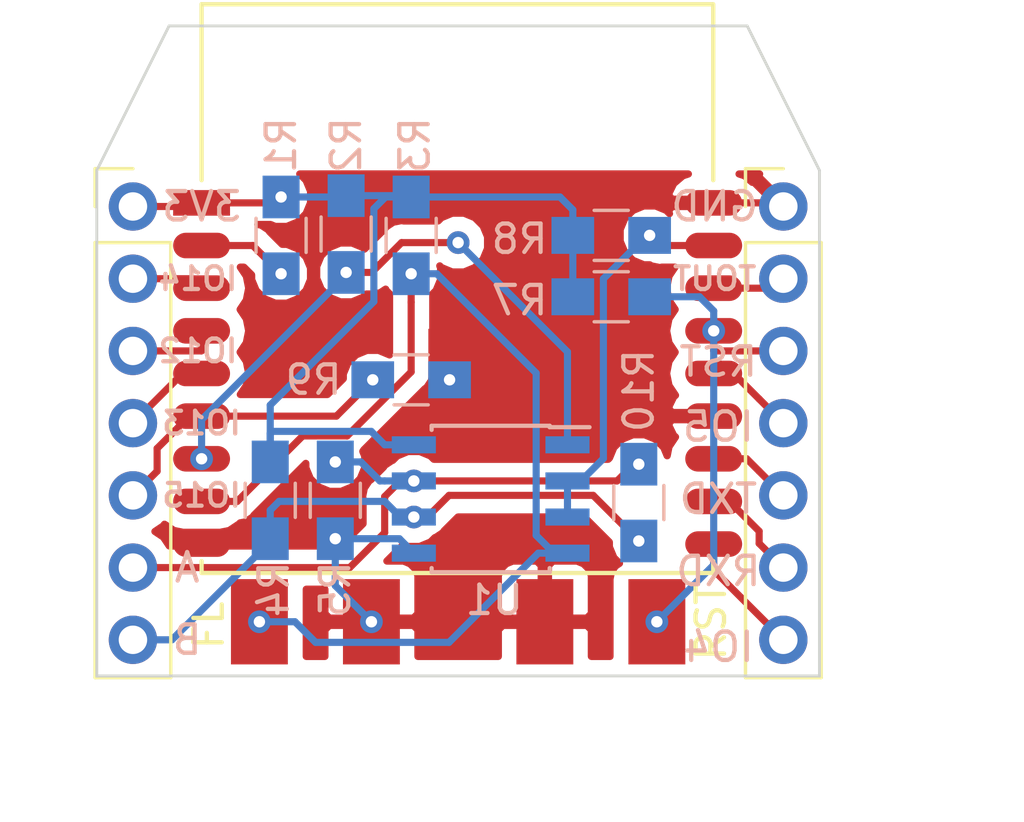
<source format=kicad_pcb>
(kicad_pcb (version 20171130) (host pcbnew 5.0.0)

  (general
    (thickness 1.6)
    (drawings 22)
    (tracks 144)
    (zones 0)
    (modules 15)
    (nets 19)
  )

  (page A4)
  (layers
    (0 F.Cu signal)
    (31 B.Cu signal)
    (32 B.Adhes user)
    (33 F.Adhes user)
    (34 B.Paste user)
    (35 F.Paste user)
    (36 B.SilkS user)
    (37 F.SilkS user)
    (38 B.Mask user)
    (39 F.Mask user)
    (40 Dwgs.User user)
    (41 Cmts.User user)
    (42 Eco1.User user)
    (43 Eco2.User user)
    (44 Edge.Cuts user)
    (45 Margin user)
    (46 B.CrtYd user)
    (47 F.CrtYd user)
    (48 B.Fab user)
    (49 F.Fab user)
  )

  (setup
    (last_trace_width 0.25)
    (trace_clearance 0.2)
    (zone_clearance 0.508)
    (zone_45_only no)
    (trace_min 0.2)
    (segment_width 0.2)
    (edge_width 0.1)
    (via_size 0.8)
    (via_drill 0.4)
    (via_min_size 0.8)
    (via_min_drill 0.3)
    (uvia_size 0.3)
    (uvia_drill 0.1)
    (uvias_allowed no)
    (uvia_min_size 0.2)
    (uvia_min_drill 0.1)
    (pcb_text_width 0.3)
    (pcb_text_size 1.5 1.5)
    (mod_edge_width 0.15)
    (mod_text_size 1 1)
    (mod_text_width 0.15)
    (pad_size 1.7 1.7)
    (pad_drill 1)
    (pad_to_mask_clearance 0)
    (aux_axis_origin 0 0)
    (visible_elements FFFFFF7F)
    (pcbplotparams
      (layerselection 0x010f0_ffffffff)
      (usegerberextensions true)
      (usegerberattributes false)
      (usegerberadvancedattributes false)
      (creategerberjobfile false)
      (excludeedgelayer true)
      (linewidth 0.100000)
      (plotframeref false)
      (viasonmask false)
      (mode 1)
      (useauxorigin false)
      (hpglpennumber 1)
      (hpglpenspeed 20)
      (hpglpendiameter 15.000000)
      (psnegative false)
      (psa4output false)
      (plotreference true)
      (plotvalue false)
      (plotinvisibletext false)
      (padsonsilk false)
      (subtractmaskfromsilk true)
      (outputformat 1)
      (mirror false)
      (drillshape 0)
      (scaleselection 1)
      (outputdirectory ""))
  )

  (net 0 "")
  (net 1 "Net-(J1-Pad7)")
  (net 2 "Net-(J1-Pad6)")
  (net 3 "Net-(J1-Pad5)")
  (net 4 "Net-(J1-Pad4)")
  (net 5 "Net-(J1-Pad3)")
  (net 6 GND)
  (net 7 +3V3)
  (net 8 "Net-(J2-Pad2)")
  (net 9 "Net-(J2-Pad3)")
  (net 10 "Net-(J2-Pad4)")
  (net 11 "Net-(J2-Pad5)")
  (net 12 "Net-(J2-Pad6)")
  (net 13 "Net-(J2-Pad7)")
  (net 14 "Net-(R1-Pad1)")
  (net 15 "Net-(R2-Pad1)")
  (net 16 "Net-(R8-Pad2)")
  (net 17 "Net-(R3-Pad1)")
  (net 18 "Net-(J1-Pad2)")

  (net_class Default "これはデフォルトのネット クラスです。"
    (clearance 0.2)
    (trace_width 0.25)
    (via_dia 0.8)
    (via_drill 0.4)
    (uvia_dia 0.3)
    (uvia_drill 0.1)
    (add_net +3V3)
    (add_net GND)
    (add_net "Net-(J1-Pad2)")
    (add_net "Net-(J1-Pad3)")
    (add_net "Net-(J1-Pad4)")
    (add_net "Net-(J1-Pad5)")
    (add_net "Net-(J1-Pad6)")
    (add_net "Net-(J1-Pad7)")
    (add_net "Net-(J2-Pad2)")
    (add_net "Net-(J2-Pad3)")
    (add_net "Net-(J2-Pad4)")
    (add_net "Net-(J2-Pad5)")
    (add_net "Net-(J2-Pad6)")
    (add_net "Net-(J2-Pad7)")
    (add_net "Net-(R1-Pad1)")
    (add_net "Net-(R2-Pad1)")
    (add_net "Net-(R3-Pad1)")
    (add_net "Net-(R8-Pad2)")
  )

  (module Pin_Headers:Pin_Header_Straight_1x07_Pitch2.54mm (layer F.Cu) (tedit 5B94B9B4) (tstamp 5B9419ED)
    (at 129.54 96.52)
    (descr "Through hole straight pin header, 1x07, 2.54mm pitch, single row")
    (tags "Through hole pin header THT 1x07 2.54mm single row")
    (path /5B94B3AE)
    (fp_text reference J1 (at 0 -2.33) (layer F.SilkS) hide
      (effects (font (size 1 1) (thickness 0.15)))
    )
    (fp_text value Conn_01x07 (at 0 17.57) (layer F.Fab)
      (effects (font (size 1 1) (thickness 0.15)))
    )
    (fp_line (start -0.635 -1.27) (end 1.27 -1.27) (layer F.Fab) (width 0.1))
    (fp_line (start 1.27 -1.27) (end 1.27 16.51) (layer F.Fab) (width 0.1))
    (fp_line (start 1.27 16.51) (end -1.27 16.51) (layer F.Fab) (width 0.1))
    (fp_line (start -1.27 16.51) (end -1.27 -0.635) (layer F.Fab) (width 0.1))
    (fp_line (start -1.27 -0.635) (end -0.635 -1.27) (layer F.Fab) (width 0.1))
    (fp_line (start -1.33 16.57) (end 1.33 16.57) (layer F.SilkS) (width 0.12))
    (fp_line (start -1.33 1.27) (end -1.33 16.57) (layer F.SilkS) (width 0.12))
    (fp_line (start 1.33 1.27) (end 1.33 16.57) (layer F.SilkS) (width 0.12))
    (fp_line (start -1.33 1.27) (end 1.33 1.27) (layer F.SilkS) (width 0.12))
    (fp_line (start -1.33 0) (end -1.33 -1.33) (layer F.SilkS) (width 0.12))
    (fp_line (start -1.33 -1.33) (end 0 -1.33) (layer F.SilkS) (width 0.12))
    (fp_line (start -1.8 -1.8) (end -1.8 17.05) (layer F.CrtYd) (width 0.05))
    (fp_line (start -1.8 17.05) (end 1.8 17.05) (layer F.CrtYd) (width 0.05))
    (fp_line (start 1.8 17.05) (end 1.8 -1.8) (layer F.CrtYd) (width 0.05))
    (fp_line (start 1.8 -1.8) (end -1.8 -1.8) (layer F.CrtYd) (width 0.05))
    (fp_text user %R (at 0 7.62 90) (layer F.Fab)
      (effects (font (size 1 1) (thickness 0.15)))
    )
    (pad 1 thru_hole circle (at 0 0) (size 1.7 1.7) (drill 1) (layers *.Cu *.Mask)
      (net 7 +3V3))
    (pad 2 thru_hole oval (at 0 2.54) (size 1.7 1.7) (drill 1) (layers *.Cu *.Mask)
      (net 18 "Net-(J1-Pad2)"))
    (pad 3 thru_hole oval (at 0 5.08) (size 1.7 1.7) (drill 1) (layers *.Cu *.Mask)
      (net 5 "Net-(J1-Pad3)"))
    (pad 4 thru_hole oval (at 0 7.62) (size 1.7 1.7) (drill 1) (layers *.Cu *.Mask)
      (net 4 "Net-(J1-Pad4)"))
    (pad 5 thru_hole oval (at 0 10.16) (size 1.7 1.7) (drill 1) (layers *.Cu *.Mask)
      (net 3 "Net-(J1-Pad5)"))
    (pad 6 thru_hole oval (at 0 12.7) (size 1.7 1.7) (drill 1) (layers *.Cu *.Mask)
      (net 2 "Net-(J1-Pad6)"))
    (pad 7 thru_hole oval (at 0 15.24) (size 1.7 1.7) (drill 1) (layers *.Cu *.Mask)
      (net 1 "Net-(J1-Pad7)"))
    (model ${KISYS3DMOD}/Pin_Headers.3dshapes/Pin_Header_Straight_1x07_Pitch2.54mm.wrl
      (at (xyz 0 0 0))
      (scale (xyz 1 1 1))
      (rotate (xyz 0 0 0))
    )
  )

  (module Pin_Headers:Pin_Header_Straight_1x07_Pitch2.54mm (layer F.Cu) (tedit 5B94B9AC) (tstamp 5B941A09)
    (at 152.4 96.52)
    (descr "Through hole straight pin header, 1x07, 2.54mm pitch, single row")
    (tags "Through hole pin header THT 1x07 2.54mm single row")
    (path /5B94E662)
    (fp_text reference J2 (at 0 -2.33) (layer F.SilkS) hide
      (effects (font (size 1 1) (thickness 0.15)))
    )
    (fp_text value Conn_01x07 (at 0 17.57) (layer F.Fab)
      (effects (font (size 1 1) (thickness 0.15)))
    )
    (fp_line (start -0.635 -1.27) (end 1.27 -1.27) (layer F.Fab) (width 0.1))
    (fp_line (start 1.27 -1.27) (end 1.27 16.51) (layer F.Fab) (width 0.1))
    (fp_line (start 1.27 16.51) (end -1.27 16.51) (layer F.Fab) (width 0.1))
    (fp_line (start -1.27 16.51) (end -1.27 -0.635) (layer F.Fab) (width 0.1))
    (fp_line (start -1.27 -0.635) (end -0.635 -1.27) (layer F.Fab) (width 0.1))
    (fp_line (start -1.33 16.57) (end 1.33 16.57) (layer F.SilkS) (width 0.12))
    (fp_line (start -1.33 1.27) (end -1.33 16.57) (layer F.SilkS) (width 0.12))
    (fp_line (start 1.33 1.27) (end 1.33 16.57) (layer F.SilkS) (width 0.12))
    (fp_line (start -1.33 1.27) (end 1.33 1.27) (layer F.SilkS) (width 0.12))
    (fp_line (start -1.33 0) (end -1.33 -1.33) (layer F.SilkS) (width 0.12))
    (fp_line (start -1.33 -1.33) (end 0 -1.33) (layer F.SilkS) (width 0.12))
    (fp_line (start -1.8 -1.8) (end -1.8 17.05) (layer F.CrtYd) (width 0.05))
    (fp_line (start -1.8 17.05) (end 1.8 17.05) (layer F.CrtYd) (width 0.05))
    (fp_line (start 1.8 17.05) (end 1.8 -1.8) (layer F.CrtYd) (width 0.05))
    (fp_line (start 1.8 -1.8) (end -1.8 -1.8) (layer F.CrtYd) (width 0.05))
    (fp_text user %R (at 0 7.62 90) (layer F.Fab)
      (effects (font (size 1 1) (thickness 0.15)))
    )
    (pad 1 thru_hole circle (at 0 0) (size 1.7 1.7) (drill 1) (layers *.Cu *.Mask)
      (net 6 GND))
    (pad 2 thru_hole oval (at 0 2.54) (size 1.7 1.7) (drill 1) (layers *.Cu *.Mask)
      (net 8 "Net-(J2-Pad2)"))
    (pad 3 thru_hole oval (at 0 5.08) (size 1.7 1.7) (drill 1) (layers *.Cu *.Mask)
      (net 9 "Net-(J2-Pad3)"))
    (pad 4 thru_hole oval (at 0 7.62) (size 1.7 1.7) (drill 1) (layers *.Cu *.Mask)
      (net 10 "Net-(J2-Pad4)"))
    (pad 5 thru_hole oval (at 0 10.16) (size 1.7 1.7) (drill 1) (layers *.Cu *.Mask)
      (net 11 "Net-(J2-Pad5)"))
    (pad 6 thru_hole oval (at 0 12.7) (size 1.7 1.7) (drill 1) (layers *.Cu *.Mask)
      (net 12 "Net-(J2-Pad6)"))
    (pad 7 thru_hole oval (at 0 15.24) (size 1.7 1.7) (drill 1) (layers *.Cu *.Mask)
      (net 13 "Net-(J2-Pad7)"))
    (model ${KISYS3DMOD}/Pin_Headers.3dshapes/Pin_Header_Straight_1x07_Pitch2.54mm.wrl
      (at (xyz 0 0 0))
      (scale (xyz 1 1 1))
      (rotate (xyz 0 0 0))
    )
  )

  (module Resistors_SMD:R_0805_HandSoldering (layer B.Cu) (tedit 58E0A804) (tstamp 5B941A1A)
    (at 134.747 97.536 90)
    (descr "Resistor SMD 0805, hand soldering")
    (tags "resistor 0805")
    (path /5B923C52)
    (attr smd)
    (fp_text reference R1 (at 3.175 0 90) (layer B.SilkS)
      (effects (font (size 1 1) (thickness 0.15)) (justify mirror))
    )
    (fp_text value 10K (at 0 -1.75 90) (layer B.Fab)
      (effects (font (size 1 1) (thickness 0.15)) (justify mirror))
    )
    (fp_line (start 2.35 -0.9) (end -2.35 -0.9) (layer B.CrtYd) (width 0.05))
    (fp_line (start 2.35 -0.9) (end 2.35 0.9) (layer B.CrtYd) (width 0.05))
    (fp_line (start -2.35 0.9) (end -2.35 -0.9) (layer B.CrtYd) (width 0.05))
    (fp_line (start -2.35 0.9) (end 2.35 0.9) (layer B.CrtYd) (width 0.05))
    (fp_line (start -0.6 0.88) (end 0.6 0.88) (layer B.SilkS) (width 0.12))
    (fp_line (start 0.6 -0.88) (end -0.6 -0.88) (layer B.SilkS) (width 0.12))
    (fp_line (start -1 0.62) (end 1 0.62) (layer B.Fab) (width 0.1))
    (fp_line (start 1 0.62) (end 1 -0.62) (layer B.Fab) (width 0.1))
    (fp_line (start 1 -0.62) (end -1 -0.62) (layer B.Fab) (width 0.1))
    (fp_line (start -1 -0.62) (end -1 0.62) (layer B.Fab) (width 0.1))
    (fp_text user %R (at 0 0 90) (layer B.Fab)
      (effects (font (size 0.5 0.5) (thickness 0.075)) (justify mirror))
    )
    (pad 2 smd rect (at 1.35 0 90) (size 1.5 1.3) (layers B.Cu B.Paste B.Mask)
      (net 7 +3V3))
    (pad 1 smd rect (at -1.35 0 90) (size 1.5 1.3) (layers B.Cu B.Paste B.Mask)
      (net 14 "Net-(R1-Pad1)"))
    (model ${KISYS3DMOD}/Resistors_SMD.3dshapes/R_0805.wrl
      (at (xyz 0 0 0))
      (scale (xyz 1 1 1))
      (rotate (xyz 0 0 0))
    )
  )

  (module Resistors_SMD:R_0805_HandSoldering (layer B.Cu) (tedit 58E0A804) (tstamp 5B941A2B)
    (at 137.033 97.489 90)
    (descr "Resistor SMD 0805, hand soldering")
    (tags "resistor 0805")
    (path /5B923CFF)
    (attr smd)
    (fp_text reference R2 (at 3.128 0 90) (layer B.SilkS)
      (effects (font (size 1 1) (thickness 0.15)) (justify mirror))
    )
    (fp_text value 10K (at 0 -1.75 90) (layer B.Fab)
      (effects (font (size 1 1) (thickness 0.15)) (justify mirror))
    )
    (fp_text user %R (at 0 0 90) (layer B.Fab)
      (effects (font (size 0.5 0.5) (thickness 0.075)) (justify mirror))
    )
    (fp_line (start -1 -0.62) (end -1 0.62) (layer B.Fab) (width 0.1))
    (fp_line (start 1 -0.62) (end -1 -0.62) (layer B.Fab) (width 0.1))
    (fp_line (start 1 0.62) (end 1 -0.62) (layer B.Fab) (width 0.1))
    (fp_line (start -1 0.62) (end 1 0.62) (layer B.Fab) (width 0.1))
    (fp_line (start 0.6 -0.88) (end -0.6 -0.88) (layer B.SilkS) (width 0.12))
    (fp_line (start -0.6 0.88) (end 0.6 0.88) (layer B.SilkS) (width 0.12))
    (fp_line (start -2.35 0.9) (end 2.35 0.9) (layer B.CrtYd) (width 0.05))
    (fp_line (start -2.35 0.9) (end -2.35 -0.9) (layer B.CrtYd) (width 0.05))
    (fp_line (start 2.35 -0.9) (end 2.35 0.9) (layer B.CrtYd) (width 0.05))
    (fp_line (start 2.35 -0.9) (end -2.35 -0.9) (layer B.CrtYd) (width 0.05))
    (pad 1 smd rect (at -1.35 0 90) (size 1.5 1.3) (layers B.Cu B.Paste B.Mask)
      (net 15 "Net-(R2-Pad1)"))
    (pad 2 smd rect (at 1.35 0 90) (size 1.5 1.3) (layers B.Cu B.Paste B.Mask)
      (net 7 +3V3))
    (model ${KISYS3DMOD}/Resistors_SMD.3dshapes/R_0805.wrl
      (at (xyz 0 0 0))
      (scale (xyz 1 1 1))
      (rotate (xyz 0 0 0))
    )
  )

  (module Resistors_SMD:R_0805_HandSoldering (layer B.Cu) (tedit 58E0A804) (tstamp 5B941A3C)
    (at 139.319 97.536 90)
    (descr "Resistor SMD 0805, hand soldering")
    (tags "resistor 0805")
    (path /5B923D91)
    (attr smd)
    (fp_text reference R3 (at 3.175 0.127 90) (layer B.SilkS)
      (effects (font (size 1 1) (thickness 0.15)) (justify mirror))
    )
    (fp_text value 10K (at 0 -1.75 90) (layer B.Fab)
      (effects (font (size 1 1) (thickness 0.15)) (justify mirror))
    )
    (fp_line (start 2.35 -0.9) (end -2.35 -0.9) (layer B.CrtYd) (width 0.05))
    (fp_line (start 2.35 -0.9) (end 2.35 0.9) (layer B.CrtYd) (width 0.05))
    (fp_line (start -2.35 0.9) (end -2.35 -0.9) (layer B.CrtYd) (width 0.05))
    (fp_line (start -2.35 0.9) (end 2.35 0.9) (layer B.CrtYd) (width 0.05))
    (fp_line (start -0.6 0.88) (end 0.6 0.88) (layer B.SilkS) (width 0.12))
    (fp_line (start 0.6 -0.88) (end -0.6 -0.88) (layer B.SilkS) (width 0.12))
    (fp_line (start -1 0.62) (end 1 0.62) (layer B.Fab) (width 0.1))
    (fp_line (start 1 0.62) (end 1 -0.62) (layer B.Fab) (width 0.1))
    (fp_line (start 1 -0.62) (end -1 -0.62) (layer B.Fab) (width 0.1))
    (fp_line (start -1 -0.62) (end -1 0.62) (layer B.Fab) (width 0.1))
    (fp_text user %R (at 0 0 90) (layer B.Fab)
      (effects (font (size 0.5 0.5) (thickness 0.075)) (justify mirror))
    )
    (pad 2 smd rect (at 1.35 0 90) (size 1.5 1.3) (layers B.Cu B.Paste B.Mask)
      (net 7 +3V3))
    (pad 1 smd rect (at -1.35 0 90) (size 1.5 1.3) (layers B.Cu B.Paste B.Mask)
      (net 17 "Net-(R3-Pad1)"))
    (model ${KISYS3DMOD}/Resistors_SMD.3dshapes/R_0805.wrl
      (at (xyz 0 0 0))
      (scale (xyz 1 1 1))
      (rotate (xyz 0 0 0))
    )
  )

  (module Resistors_SMD:R_0805_HandSoldering (layer B.Cu) (tedit 58E0A804) (tstamp 5B941A4D)
    (at 134.366 106.854 270)
    (descr "Resistor SMD 0805, hand soldering")
    (tags "resistor 0805")
    (path /5B9244E1)
    (attr smd)
    (fp_text reference R4 (at 3.128 -0.127 270) (layer B.SilkS)
      (effects (font (size 1 1) (thickness 0.15)) (justify mirror))
    )
    (fp_text value 20K (at 0 -1.75 270) (layer B.Fab)
      (effects (font (size 1 1) (thickness 0.15)) (justify mirror))
    )
    (fp_text user %R (at 0 0 270) (layer B.Fab)
      (effects (font (size 0.5 0.5) (thickness 0.075)) (justify mirror))
    )
    (fp_line (start -1 -0.62) (end -1 0.62) (layer B.Fab) (width 0.1))
    (fp_line (start 1 -0.62) (end -1 -0.62) (layer B.Fab) (width 0.1))
    (fp_line (start 1 0.62) (end 1 -0.62) (layer B.Fab) (width 0.1))
    (fp_line (start -1 0.62) (end 1 0.62) (layer B.Fab) (width 0.1))
    (fp_line (start 0.6 -0.88) (end -0.6 -0.88) (layer B.SilkS) (width 0.12))
    (fp_line (start -0.6 0.88) (end 0.6 0.88) (layer B.SilkS) (width 0.12))
    (fp_line (start -2.35 0.9) (end 2.35 0.9) (layer B.CrtYd) (width 0.05))
    (fp_line (start -2.35 0.9) (end -2.35 -0.9) (layer B.CrtYd) (width 0.05))
    (fp_line (start 2.35 -0.9) (end 2.35 0.9) (layer B.CrtYd) (width 0.05))
    (fp_line (start 2.35 -0.9) (end -2.35 -0.9) (layer B.CrtYd) (width 0.05))
    (pad 1 smd rect (at -1.35 0 270) (size 1.5 1.3) (layers B.Cu B.Paste B.Mask)
      (net 7 +3V3))
    (pad 2 smd rect (at 1.35 0 270) (size 1.5 1.3) (layers B.Cu B.Paste B.Mask)
      (net 1 "Net-(J1-Pad7)"))
    (model ${KISYS3DMOD}/Resistors_SMD.3dshapes/R_0805.wrl
      (at (xyz 0 0 0))
      (scale (xyz 1 1 1))
      (rotate (xyz 0 0 0))
    )
  )

  (module Resistors_SMD:R_0805_HandSoldering (layer B.Cu) (tedit 58E0A804) (tstamp 5B941A5E)
    (at 136.652 106.854 270)
    (descr "Resistor SMD 0805, hand soldering")
    (tags "resistor 0805")
    (path /5B9244E7)
    (attr smd)
    (fp_text reference R5 (at 3.128 0 270) (layer B.SilkS)
      (effects (font (size 1 1) (thickness 0.15)) (justify mirror))
    )
    (fp_text value 20K (at 0 -1.75 270) (layer B.Fab)
      (effects (font (size 1 1) (thickness 0.15)) (justify mirror))
    )
    (fp_line (start 2.35 -0.9) (end -2.35 -0.9) (layer B.CrtYd) (width 0.05))
    (fp_line (start 2.35 -0.9) (end 2.35 0.9) (layer B.CrtYd) (width 0.05))
    (fp_line (start -2.35 0.9) (end -2.35 -0.9) (layer B.CrtYd) (width 0.05))
    (fp_line (start -2.35 0.9) (end 2.35 0.9) (layer B.CrtYd) (width 0.05))
    (fp_line (start -0.6 0.88) (end 0.6 0.88) (layer B.SilkS) (width 0.12))
    (fp_line (start 0.6 -0.88) (end -0.6 -0.88) (layer B.SilkS) (width 0.12))
    (fp_line (start -1 0.62) (end 1 0.62) (layer B.Fab) (width 0.1))
    (fp_line (start 1 0.62) (end 1 -0.62) (layer B.Fab) (width 0.1))
    (fp_line (start 1 -0.62) (end -1 -0.62) (layer B.Fab) (width 0.1))
    (fp_line (start -1 -0.62) (end -1 0.62) (layer B.Fab) (width 0.1))
    (fp_text user %R (at 0 0 270) (layer B.Fab)
      (effects (font (size 0.5 0.5) (thickness 0.075)) (justify mirror))
    )
    (pad 2 smd rect (at 1.35 0 270) (size 1.5 1.3) (layers B.Cu B.Paste B.Mask)
      (net 6 GND))
    (pad 1 smd rect (at -1.35 0 270) (size 1.5 1.3) (layers B.Cu B.Paste B.Mask)
      (net 2 "Net-(J1-Pad6)"))
    (model ${KISYS3DMOD}/Resistors_SMD.3dshapes/R_0805.wrl
      (at (xyz 0 0 0))
      (scale (xyz 1 1 1))
      (rotate (xyz 0 0 0))
    )
  )

  (module Resistors_SMD:R_0805_HandSoldering (layer B.Cu) (tedit 58E0A804) (tstamp 5B941A6F)
    (at 146.351 99.695)
    (descr "Resistor SMD 0805, hand soldering")
    (tags "resistor 0805")
    (path /5B924085)
    (attr smd)
    (fp_text reference R7 (at -3.222 0.127) (layer B.SilkS)
      (effects (font (size 1 1) (thickness 0.15)) (justify mirror))
    )
    (fp_text value 10K (at 0 -1.75) (layer B.Fab)
      (effects (font (size 1 1) (thickness 0.15)) (justify mirror))
    )
    (fp_text user %R (at 0 0) (layer B.Fab)
      (effects (font (size 0.5 0.5) (thickness 0.075)) (justify mirror))
    )
    (fp_line (start -1 -0.62) (end -1 0.62) (layer B.Fab) (width 0.1))
    (fp_line (start 1 -0.62) (end -1 -0.62) (layer B.Fab) (width 0.1))
    (fp_line (start 1 0.62) (end 1 -0.62) (layer B.Fab) (width 0.1))
    (fp_line (start -1 0.62) (end 1 0.62) (layer B.Fab) (width 0.1))
    (fp_line (start 0.6 -0.88) (end -0.6 -0.88) (layer B.SilkS) (width 0.12))
    (fp_line (start -0.6 0.88) (end 0.6 0.88) (layer B.SilkS) (width 0.12))
    (fp_line (start -2.35 0.9) (end 2.35 0.9) (layer B.CrtYd) (width 0.05))
    (fp_line (start -2.35 0.9) (end -2.35 -0.9) (layer B.CrtYd) (width 0.05))
    (fp_line (start 2.35 -0.9) (end 2.35 0.9) (layer B.CrtYd) (width 0.05))
    (fp_line (start 2.35 -0.9) (end -2.35 -0.9) (layer B.CrtYd) (width 0.05))
    (pad 1 smd rect (at -1.35 0) (size 1.5 1.3) (layers B.Cu B.Paste B.Mask)
      (net 7 +3V3))
    (pad 2 smd rect (at 1.35 0) (size 1.5 1.3) (layers B.Cu B.Paste B.Mask)
      (net 9 "Net-(J2-Pad3)"))
    (model ${KISYS3DMOD}/Resistors_SMD.3dshapes/R_0805.wrl
      (at (xyz 0 0 0))
      (scale (xyz 1 1 1))
      (rotate (xyz 0 0 0))
    )
  )

  (module Resistors_SMD:R_0805_HandSoldering (layer B.Cu) (tedit 58E0A804) (tstamp 5B941A80)
    (at 146.351 97.536)
    (descr "Resistor SMD 0805, hand soldering")
    (tags "resistor 0805")
    (path /5B92AAFC)
    (attr smd)
    (fp_text reference R8 (at -3.222 0.127) (layer B.SilkS)
      (effects (font (size 1 1) (thickness 0.15)) (justify mirror))
    )
    (fp_text value 10K (at 0 -1.75) (layer B.Fab)
      (effects (font (size 1 1) (thickness 0.15)) (justify mirror))
    )
    (fp_line (start 2.35 -0.9) (end -2.35 -0.9) (layer B.CrtYd) (width 0.05))
    (fp_line (start 2.35 -0.9) (end 2.35 0.9) (layer B.CrtYd) (width 0.05))
    (fp_line (start -2.35 0.9) (end -2.35 -0.9) (layer B.CrtYd) (width 0.05))
    (fp_line (start -2.35 0.9) (end 2.35 0.9) (layer B.CrtYd) (width 0.05))
    (fp_line (start -0.6 0.88) (end 0.6 0.88) (layer B.SilkS) (width 0.12))
    (fp_line (start 0.6 -0.88) (end -0.6 -0.88) (layer B.SilkS) (width 0.12))
    (fp_line (start -1 0.62) (end 1 0.62) (layer B.Fab) (width 0.1))
    (fp_line (start 1 0.62) (end 1 -0.62) (layer B.Fab) (width 0.1))
    (fp_line (start 1 -0.62) (end -1 -0.62) (layer B.Fab) (width 0.1))
    (fp_line (start -1 -0.62) (end -1 0.62) (layer B.Fab) (width 0.1))
    (fp_text user %R (at 0 0) (layer B.Fab)
      (effects (font (size 0.5 0.5) (thickness 0.075)) (justify mirror))
    )
    (pad 2 smd rect (at 1.35 0) (size 1.5 1.3) (layers B.Cu B.Paste B.Mask)
      (net 16 "Net-(R8-Pad2)"))
    (pad 1 smd rect (at -1.35 0) (size 1.5 1.3) (layers B.Cu B.Paste B.Mask)
      (net 7 +3V3))
    (model ${KISYS3DMOD}/Resistors_SMD.3dshapes/R_0805.wrl
      (at (xyz 0 0 0))
      (scale (xyz 1 1 1))
      (rotate (xyz 0 0 0))
    )
  )

  (module Resistors_SMD:R_0805_HandSoldering (layer B.Cu) (tedit 58E0A804) (tstamp 5B94AA3B)
    (at 139.319 102.616)
    (descr "Resistor SMD 0805, hand soldering")
    (tags "resistor 0805")
    (path /5B92408B)
    (attr smd)
    (fp_text reference R9 (at -3.429 0) (layer B.SilkS)
      (effects (font (size 1 1) (thickness 0.15)) (justify mirror))
    )
    (fp_text value 10K (at 0 -1.75) (layer B.Fab)
      (effects (font (size 1 1) (thickness 0.15)) (justify mirror))
    )
    (fp_line (start 2.35 -0.9) (end -2.35 -0.9) (layer B.CrtYd) (width 0.05))
    (fp_line (start 2.35 -0.9) (end 2.35 0.9) (layer B.CrtYd) (width 0.05))
    (fp_line (start -2.35 0.9) (end -2.35 -0.9) (layer B.CrtYd) (width 0.05))
    (fp_line (start -2.35 0.9) (end 2.35 0.9) (layer B.CrtYd) (width 0.05))
    (fp_line (start -0.6 0.88) (end 0.6 0.88) (layer B.SilkS) (width 0.12))
    (fp_line (start 0.6 -0.88) (end -0.6 -0.88) (layer B.SilkS) (width 0.12))
    (fp_line (start -1 0.62) (end 1 0.62) (layer B.Fab) (width 0.1))
    (fp_line (start 1 0.62) (end 1 -0.62) (layer B.Fab) (width 0.1))
    (fp_line (start 1 -0.62) (end -1 -0.62) (layer B.Fab) (width 0.1))
    (fp_line (start -1 -0.62) (end -1 0.62) (layer B.Fab) (width 0.1))
    (fp_text user %R (at 0 0) (layer B.Fab)
      (effects (font (size 0.5 0.5) (thickness 0.075)) (justify mirror))
    )
    (pad 2 smd rect (at 1.35 0) (size 1.5 1.3) (layers B.Cu B.Paste B.Mask)
      (net 6 GND))
    (pad 1 smd rect (at -1.35 0) (size 1.5 1.3) (layers B.Cu B.Paste B.Mask)
      (net 3 "Net-(J1-Pad5)"))
    (model ${KISYS3DMOD}/Resistors_SMD.3dshapes/R_0805.wrl
      (at (xyz 0 0 0))
      (scale (xyz 1 1 1))
      (rotate (xyz 0 0 0))
    )
  )

  (module Resistors_SMD:R_0805_HandSoldering (layer B.Cu) (tedit 58E0A804) (tstamp 5B941AA2)
    (at 147.32 106.934 270)
    (descr "Resistor SMD 0805, hand soldering")
    (tags "resistor 0805")
    (path /5B924936)
    (attr smd)
    (fp_text reference R10 (at -3.937 0 270) (layer B.SilkS)
      (effects (font (size 1 1) (thickness 0.15)) (justify mirror))
    )
    (fp_text value 100 (at 0 -1.75 270) (layer B.Fab)
      (effects (font (size 1 1) (thickness 0.15)) (justify mirror))
    )
    (fp_text user %R (at 0 0 270) (layer B.Fab)
      (effects (font (size 0.5 0.5) (thickness 0.075)) (justify mirror))
    )
    (fp_line (start -1 -0.62) (end -1 0.62) (layer B.Fab) (width 0.1))
    (fp_line (start 1 -0.62) (end -1 -0.62) (layer B.Fab) (width 0.1))
    (fp_line (start 1 0.62) (end 1 -0.62) (layer B.Fab) (width 0.1))
    (fp_line (start -1 0.62) (end 1 0.62) (layer B.Fab) (width 0.1))
    (fp_line (start 0.6 -0.88) (end -0.6 -0.88) (layer B.SilkS) (width 0.12))
    (fp_line (start -0.6 0.88) (end 0.6 0.88) (layer B.SilkS) (width 0.12))
    (fp_line (start -2.35 0.9) (end 2.35 0.9) (layer B.CrtYd) (width 0.05))
    (fp_line (start -2.35 0.9) (end -2.35 -0.9) (layer B.CrtYd) (width 0.05))
    (fp_line (start 2.35 -0.9) (end 2.35 0.9) (layer B.CrtYd) (width 0.05))
    (fp_line (start 2.35 -0.9) (end -2.35 -0.9) (layer B.CrtYd) (width 0.05))
    (pad 1 smd rect (at -1.35 0 270) (size 1.5 1.3) (layers B.Cu B.Paste B.Mask)
      (net 2 "Net-(J1-Pad6)"))
    (pad 2 smd rect (at 1.35 0 270) (size 1.5 1.3) (layers B.Cu B.Paste B.Mask)
      (net 1 "Net-(J1-Pad7)"))
    (model ${KISYS3DMOD}/Resistors_SMD.3dshapes/R_0805.wrl
      (at (xyz 0 0 0))
      (scale (xyz 1 1 1))
      (rotate (xyz 0 0 0))
    )
  )

  (module Housings_SOIC:SOIC-8_3.9x4.9mm_Pitch1.27mm (layer B.Cu) (tedit 58CD0CDA) (tstamp 5B941ABF)
    (at 142.113 106.807 180)
    (descr "8-Lead Plastic Small Outline (SN) - Narrow, 3.90 mm Body [SOIC] (see Microchip Packaging Specification 00000049BS.pdf)")
    (tags "SOIC 1.27")
    (path /5B923B04)
    (attr smd)
    (fp_text reference U1 (at -0.127 -3.556 180) (layer B.SilkS)
      (effects (font (size 1 1) (thickness 0.15)) (justify mirror))
    )
    (fp_text value MAX3485 (at 0 -3.5 180) (layer B.Fab)
      (effects (font (size 1 1) (thickness 0.15)) (justify mirror))
    )
    (fp_line (start -2.075 2.525) (end -3.475 2.525) (layer B.SilkS) (width 0.15))
    (fp_line (start -2.075 -2.575) (end 2.075 -2.575) (layer B.SilkS) (width 0.15))
    (fp_line (start -2.075 2.575) (end 2.075 2.575) (layer B.SilkS) (width 0.15))
    (fp_line (start -2.075 -2.575) (end -2.075 -2.43) (layer B.SilkS) (width 0.15))
    (fp_line (start 2.075 -2.575) (end 2.075 -2.43) (layer B.SilkS) (width 0.15))
    (fp_line (start 2.075 2.575) (end 2.075 2.43) (layer B.SilkS) (width 0.15))
    (fp_line (start -2.075 2.575) (end -2.075 2.525) (layer B.SilkS) (width 0.15))
    (fp_line (start -3.73 -2.7) (end 3.73 -2.7) (layer B.CrtYd) (width 0.05))
    (fp_line (start -3.73 2.7) (end 3.73 2.7) (layer B.CrtYd) (width 0.05))
    (fp_line (start 3.73 2.7) (end 3.73 -2.7) (layer B.CrtYd) (width 0.05))
    (fp_line (start -3.73 2.7) (end -3.73 -2.7) (layer B.CrtYd) (width 0.05))
    (fp_line (start -1.95 1.45) (end -0.95 2.45) (layer B.Fab) (width 0.1))
    (fp_line (start -1.95 -2.45) (end -1.95 1.45) (layer B.Fab) (width 0.1))
    (fp_line (start 1.95 -2.45) (end -1.95 -2.45) (layer B.Fab) (width 0.1))
    (fp_line (start 1.95 2.45) (end 1.95 -2.45) (layer B.Fab) (width 0.1))
    (fp_line (start -0.95 2.45) (end 1.95 2.45) (layer B.Fab) (width 0.1))
    (fp_text user %R (at 0.127 0 180) (layer B.Fab)
      (effects (font (size 1 1) (thickness 0.15)) (justify mirror))
    )
    (pad 8 smd rect (at 2.7 1.905 180) (size 1.55 0.6) (layers B.Cu B.Paste B.Mask)
      (net 7 +3V3))
    (pad 7 smd rect (at 2.7 0.635 180) (size 1.55 0.6) (layers B.Cu B.Paste B.Mask)
      (net 2 "Net-(J1-Pad6)"))
    (pad 6 smd rect (at 2.7 -0.635 180) (size 1.55 0.6) (layers B.Cu B.Paste B.Mask)
      (net 1 "Net-(J1-Pad7)"))
    (pad 5 smd rect (at 2.7 -1.905 180) (size 1.55 0.6) (layers B.Cu B.Paste B.Mask)
      (net 6 GND))
    (pad 4 smd rect (at -2.7 -1.905 180) (size 1.55 0.6) (layers B.Cu B.Paste B.Mask)
      (net 17 "Net-(R3-Pad1)"))
    (pad 3 smd rect (at -2.7 -0.635 180) (size 1.55 0.6) (layers B.Cu B.Paste B.Mask)
      (net 16 "Net-(R8-Pad2)"))
    (pad 2 smd rect (at -2.7 0.635 180) (size 1.55 0.6) (layers B.Cu B.Paste B.Mask)
      (net 16 "Net-(R8-Pad2)"))
    (pad 1 smd rect (at -2.7 1.905 180) (size 1.55 0.6) (layers B.Cu B.Paste B.Mask)
      (net 15 "Net-(R2-Pad1)"))
    (model ${KISYS3DMOD}/Housings_SOIC.3dshapes/SOIC-8_3.9x4.9mm_Pitch1.27mm.wrl
      (at (xyz 0 0 0))
      (scale (xyz 1 1 1))
      (rotate (xyz 0 0 0))
    )
  )

  (module ESP8266:ESP-13-WROOM-02 (layer F.Cu) (tedit 5B94B633) (tstamp 5B941AE7)
    (at 131.953 96.393)
    (descr "Module, ESP-8266, ESP-13-WROOM-02, 18 pad, SMD")
    (tags "Module ESP-8266 ESP8266")
    (path /5B923A7D)
    (fp_text reference U2 (at 1.397 -3.683) (layer F.SilkS) hide
      (effects (font (size 1 1) (thickness 0.15)))
    )
    (fp_text value ESP-WROOM-02 (at 9 0) (layer F.Fab)
      (effects (font (size 1 1) (thickness 0.15)))
    )
    (fp_line (start 0 -6.985) (end 0 -0.8) (layer F.SilkS) (width 0.1524))
    (fp_line (start 17.9832 12.6) (end 17.9832 12.9794) (layer F.SilkS) (width 0.1524))
    (fp_line (start 0 12.6) (end 0 12.9794) (layer F.SilkS) (width 0.1524))
    (fp_line (start 17.9832 -6.985) (end 17.9832 -0.8) (layer F.SilkS) (width 0.1524))
    (fp_line (start 0 13.0175) (end 17.9832 13.0175) (layer F.SilkS) (width 0.1524))
    (fp_line (start 17.9705 -6.985) (end 0 -6.985) (layer F.SilkS) (width 0.1524))
    (fp_line (start 18 -7) (end 0 -1.2) (layer F.CrtYd) (width 0.1524))
    (fp_line (start 0 -7) (end 18 -1.2) (layer F.CrtYd) (width 0.1524))
    (fp_text user "No Copper" (at 9 -4) (layer F.CrtYd)
      (effects (font (size 1 1) (thickness 0.15)))
    )
    (fp_line (start 0 -7) (end 0 -1.2) (layer F.CrtYd) (width 0.1524))
    (fp_line (start 0 -1.2) (end 18 -1.2) (layer F.CrtYd) (width 0.1524))
    (fp_line (start 18 -1.2) (end 18 -7) (layer F.CrtYd) (width 0.1524))
    (fp_line (start 18 -7) (end 0 -7) (layer F.CrtYd) (width 0.1524))
    (fp_line (start 18 -7) (end 18 13) (layer F.Fab) (width 0.05))
    (fp_line (start 0 13) (end 18 13) (layer F.Fab) (width 0.05))
    (fp_line (start 0 13) (end 0 -7) (layer F.Fab) (width 0.05))
    (fp_line (start 0 -7) (end 18 -7) (layer F.Fab) (width 0.05))
    (pad 10 smd oval (at 18 12) (size 2 0.9) (layers F.Cu F.Paste F.Mask)
      (net 13 "Net-(J2-Pad7)"))
    (pad 9 smd oval (at 0 12) (size 2 0.9) (layers F.Cu F.Paste F.Mask)
      (net 6 GND) (zone_connect 2))
    (pad 1 smd rect (at 0 0) (size 2 0.9) (layers F.Cu F.Paste F.Mask)
      (net 7 +3V3))
    (pad 2 smd oval (at 0 1.5) (size 2 0.9) (layers F.Cu F.Paste F.Mask)
      (net 14 "Net-(R1-Pad1)"))
    (pad 3 smd oval (at 0 3) (size 2 0.9) (layers F.Cu F.Paste F.Mask)
      (net 18 "Net-(J1-Pad2)"))
    (pad 4 smd oval (at 0 4.5) (size 2 0.9) (layers F.Cu F.Paste F.Mask)
      (net 5 "Net-(J1-Pad3)"))
    (pad 5 smd oval (at 0 6) (size 2 0.9) (layers F.Cu F.Paste F.Mask)
      (net 4 "Net-(J1-Pad4)"))
    (pad 6 smd oval (at 0 7.5) (size 2 0.9) (layers F.Cu F.Paste F.Mask)
      (net 3 "Net-(J1-Pad5)"))
    (pad 7 smd oval (at 0 9) (size 2 0.9) (layers F.Cu F.Paste F.Mask)
      (net 15 "Net-(R2-Pad1)"))
    (pad 8 smd oval (at 0 10.5) (size 2 0.9) (layers F.Cu F.Paste F.Mask)
      (net 17 "Net-(R3-Pad1)"))
    (pad 11 smd oval (at 18 10.5) (size 2 0.9) (layers F.Cu F.Paste F.Mask)
      (net 12 "Net-(J2-Pad6)"))
    (pad 12 smd oval (at 18 9) (size 2 0.9) (layers F.Cu F.Paste F.Mask)
      (net 11 "Net-(J2-Pad5)"))
    (pad 13 smd oval (at 18 7.5) (size 2 0.9) (layers F.Cu F.Paste F.Mask)
      (net 6 GND))
    (pad 14 smd oval (at 18 6) (size 2 0.9) (layers F.Cu F.Paste F.Mask)
      (net 10 "Net-(J2-Pad4)"))
    (pad 15 smd oval (at 18 4.5) (size 2 0.9) (layers F.Cu F.Paste F.Mask)
      (net 9 "Net-(J2-Pad3)"))
    (pad 16 smd oval (at 18 3) (size 2 0.9) (layers F.Cu F.Paste F.Mask)
      (net 8 "Net-(J2-Pad2)"))
    (pad 17 smd oval (at 18 1.5) (size 2 0.9) (layers F.Cu F.Paste F.Mask)
      (net 16 "Net-(R8-Pad2)"))
    (pad 18 smd oval (at 18 0) (size 2 0.9) (layers F.Cu F.Paste F.Mask)
      (net 6 GND) (zone_connect 1))
    (pad PAD smd rect (at 10.12 6.58) (size 4.3 4.3) (layers F.Cu F.Paste F.Mask)
      (net 6 GND) (zone_connect 2))
    (model ${ESPLIB}/ESP8266.3dshapes/ESP-13-wroom-02.wrl
      (at (xyz 0 0 0))
      (scale (xyz 0.3937 0.3937 0.3937))
      (rotate (xyz 0 0 0))
    )
  )

  (module tact:tactile_switch_smd_4x3mm_2p (layer F.Cu) (tedit 5B94B927) (tstamp 5B94A2F6)
    (at 136.017 111.125)
    (path /5B9460EF)
    (fp_text reference FL (at -3.81 0.127 90) (layer F.SilkS)
      (effects (font (size 1 1) (thickness 0.15)))
    )
    (fp_text value SW_Push (at 0.127 2.286) (layer F.Fab)
      (effects (font (size 1 1) (thickness 0.15)))
    )
    (pad 1 smd rect (at -2.032 0) (size 2 3) (layers F.Cu F.Paste F.Mask)
      (net 17 "Net-(R3-Pad1)"))
    (pad 2 smd rect (at 1.905 0) (size 2 3) (layers F.Cu F.Paste F.Mask)
      (net 6 GND))
  )

  (module tact:tactile_switch_smd_4x3mm_2p (layer F.Cu) (tedit 5B94B904) (tstamp 5B94A2FC)
    (at 145.923 111.125 180)
    (path /5B949D0E)
    (fp_text reference RST (at -3.937 0 90) (layer F.SilkS)
      (effects (font (size 1 1) (thickness 0.15)))
    )
    (fp_text value SW_Push (at 0.127 2.286 180) (layer F.Fab)
      (effects (font (size 1 1) (thickness 0.15)))
    )
    (pad 2 smd rect (at 1.905 0 180) (size 2 3) (layers F.Cu F.Paste F.Mask)
      (net 6 GND))
    (pad 1 smd rect (at -2.032 0 180) (size 2 3) (layers F.Cu F.Paste F.Mask)
      (net 9 "Net-(J2-Pad3)"))
  )

  (gr_text B (at 131.445 111.76) (layer B.SilkS) (tstamp 5B94CC06)
    (effects (font (size 1 1) (thickness 0.15)) (justify mirror))
  )
  (gr_text A (at 131.445 109.22) (layer B.SilkS) (tstamp 5B94CC01)
    (effects (font (size 1 1) (thickness 0.15)) (justify mirror))
  )
  (gr_text IO15 (at 131.953 106.68) (layer B.SilkS) (tstamp 5B94CBFD)
    (effects (font (size 0.8 0.8) (thickness 0.15)) (justify mirror))
  )
  (gr_text IO13 (at 131.953 104.14) (layer B.SilkS) (tstamp 5B94CBF9)
    (effects (font (size 0.8 0.8) (thickness 0.15)) (justify mirror))
  )
  (gr_text IO12 (at 131.826 101.6) (layer B.SilkS) (tstamp 5B94CBF5)
    (effects (font (size 0.8 0.8) (thickness 0.15)) (justify mirror))
  )
  (gr_text IO14 (at 131.826 99.06) (layer B.SilkS) (tstamp 5B94CBF1)
    (effects (font (size 0.8 0.8) (thickness 0.15)) (justify mirror))
  )
  (gr_text 3V3 (at 131.953 96.52) (layer B.SilkS) (tstamp 5B94CB82)
    (effects (font (size 1 1) (thickness 0.15)) (justify mirror))
  )
  (gr_text IO4 (at 150.114 112.014) (layer B.SilkS) (tstamp 5B94C68C)
    (effects (font (size 1 1) (thickness 0.15)) (justify mirror))
  )
  (gr_text RXD (at 150.114 109.347) (layer B.SilkS) (tstamp 5B94C688)
    (effects (font (size 1 1) (thickness 0.15)) (justify mirror))
  )
  (gr_text TXD (at 150.114 106.807) (layer B.SilkS) (tstamp 5B94C684)
    (effects (font (size 1 1) (thickness 0.15)) (justify mirror))
  )
  (gr_text IO5 (at 150.114 104.267) (layer B.SilkS) (tstamp 5B94C67E)
    (effects (font (size 1 1) (thickness 0.15)) (justify mirror))
  )
  (gr_text RST (at 150.114 101.981) (layer B.SilkS) (tstamp 5B94C679)
    (effects (font (size 1 1) (thickness 0.15)) (justify mirror))
  )
  (gr_text TOUT (at 149.987 99.06) (layer B.SilkS) (tstamp 5B94C607)
    (effects (font (size 0.8 0.8) (thickness 0.15)) (justify mirror))
  )
  (gr_text GND (at 149.987 96.52) (layer B.SilkS)
    (effects (font (size 1 1) (thickness 0.15)) (justify mirror))
  )
  (gr_line (start 130.81 90.17) (end 128.27 95.25) (layer Edge.Cuts) (width 0.1))
  (gr_line (start 151.13 90.17) (end 153.67 95.25) (layer Edge.Cuts) (width 0.1))
  (dimension 25.400317 (width 0.3) (layer Cmts.User)
    (gr_text "25.400 mm" (at 140.993828 119.4798 0.2864765103) (layer Cmts.User)
      (effects (font (size 1.5 1.5) (thickness 0.3)))
    )
    (feature1 (pts (xy 153.67 114.650663) (xy 153.68626 117.902739)))
    (feature2 (pts (xy 128.27 114.777663) (xy 128.28626 118.029739)))
    (crossbar (pts (xy 128.283328 117.443326) (xy 153.683328 117.316326)))
    (arrow1a (pts (xy 153.683328 117.316326) (xy 152.55977 117.908372)))
    (arrow1b (pts (xy 153.683328 117.316326) (xy 152.553906 116.735545)))
    (arrow2a (pts (xy 128.283328 117.443326) (xy 129.41275 118.024107)))
    (arrow2b (pts (xy 128.283328 117.443326) (xy 129.406886 116.85128)))
  )
  (dimension 23.622 (width 0.3) (layer Cmts.User)
    (gr_text "23.622 mm" (at 158.945 101.219 270) (layer Cmts.User) (tstamp 5B94CEE3)
      (effects (font (size 1.5 1.5) (thickness 0.3)))
    )
    (feature1 (pts (xy 154.94 113.03) (xy 157.431421 113.03)))
    (feature2 (pts (xy 154.94 89.408) (xy 157.431421 89.408)))
    (crossbar (pts (xy 156.845 89.408) (xy 156.845 113.03)))
    (arrow1a (pts (xy 156.845 113.03) (xy 156.258579 111.903496)))
    (arrow1b (pts (xy 156.845 113.03) (xy 157.431421 111.903496)))
    (arrow2a (pts (xy 156.845 89.408) (xy 156.258579 90.534504)))
    (arrow2b (pts (xy 156.845 89.408) (xy 157.431421 90.534504)))
  )
  (gr_line (start 128.27 95.25) (end 128.27 113.03) (layer Edge.Cuts) (width 0.1))
  (gr_line (start 151.13 90.17) (end 130.81 90.17) (layer Edge.Cuts) (width 0.1) (tstamp 5B94A5A1))
  (gr_line (start 153.67 113.03) (end 153.67 95.25) (layer Edge.Cuts) (width 0.1))
  (gr_line (start 128.27 113.03) (end 153.67 113.03) (layer Edge.Cuts) (width 0.1))

  (segment (start 134.678 106.892) (end 138.388 106.892) (width 0.25) (layer B.Cu) (net 1))
  (segment (start 138.388 106.892) (end 138.938 107.442) (width 0.25) (layer B.Cu) (net 1))
  (segment (start 134.366 107.204) (end 134.678 106.892) (width 0.25) (layer B.Cu) (net 1))
  (segment (start 134.366 108.204) (end 134.366 107.204) (width 0.25) (layer B.Cu) (net 1))
  (segment (start 134.366 108.304) (end 134.366 108.204) (width 0.25) (layer B.Cu) (net 1))
  (segment (start 130.91 111.76) (end 134.366 108.304) (width 0.25) (layer B.Cu) (net 1))
  (segment (start 129.54 111.76) (end 130.91 111.76) (width 0.25) (layer B.Cu) (net 1))
  (via (at 139.413 107.442) (size 0.8) (drill 0.4) (layers F.Cu B.Cu) (net 1))
  (segment (start 139.888 107.442) (end 140.65 106.68) (width 0.25) (layer F.Cu) (net 1))
  (segment (start 139.413 107.442) (end 139.888 107.442) (width 0.25) (layer F.Cu) (net 1))
  (via (at 147.32 108.284) (size 0.8) (drill 0.4) (layers F.Cu B.Cu) (net 1))
  (segment (start 140.65 106.68) (end 145.716 106.68) (width 0.25) (layer F.Cu) (net 1))
  (segment (start 145.716 106.68) (end 147.32 108.284) (width 0.25) (layer F.Cu) (net 1))
  (segment (start 138.388 106.172) (end 139.413 106.172) (width 0.25) (layer B.Cu) (net 2))
  (segment (start 138.22 106.172) (end 138.388 106.172) (width 0.25) (layer B.Cu) (net 2))
  (segment (start 137.552 105.504) (end 138.22 106.172) (width 0.25) (layer B.Cu) (net 2))
  (segment (start 136.652 105.504) (end 137.552 105.504) (width 0.25) (layer B.Cu) (net 2))
  (via (at 147.32 105.584) (size 0.8) (drill 0.4) (layers F.Cu B.Cu) (net 2))
  (via (at 139.413 106.172) (size 0.8) (drill 0.4) (layers F.Cu B.Cu) (net 2))
  (via (at 136.652 105.504) (size 0.8) (drill 0.4) (layers F.Cu B.Cu) (net 2))
  (segment (start 146.558 106.172) (end 139.413 106.172) (width 0.25) (layer F.Cu) (net 2))
  (segment (start 147.32 105.584) (end 147.146 105.584) (width 0.25) (layer F.Cu) (net 2))
  (segment (start 147.146 105.584) (end 146.558 106.172) (width 0.25) (layer F.Cu) (net 2))
  (segment (start 138.938 106.172) (end 139.413 106.172) (width 0.25) (layer F.Cu) (net 2))
  (segment (start 138.388 106.722) (end 138.938 106.172) (width 0.25) (layer F.Cu) (net 2))
  (segment (start 138.388 107.992) (end 138.388 106.722) (width 0.25) (layer F.Cu) (net 2))
  (segment (start 137.16 109.22) (end 138.388 107.992) (width 0.25) (layer F.Cu) (net 2))
  (segment (start 129.54 109.22) (end 137.16 109.22) (width 0.25) (layer F.Cu) (net 2))
  (segment (start 131.526002 103.893) (end 131.953 103.893) (width 0.25) (layer F.Cu) (net 3))
  (segment (start 130.389999 105.029003) (end 131.526002 103.893) (width 0.25) (layer F.Cu) (net 3))
  (segment (start 130.389999 105.830001) (end 130.389999 105.029003) (width 0.25) (layer F.Cu) (net 3))
  (segment (start 129.54 106.68) (end 130.389999 105.830001) (width 0.25) (layer F.Cu) (net 3))
  (via (at 137.969 102.616) (size 0.8) (drill 0.4) (layers F.Cu B.Cu) (net 3))
  (segment (start 131.953 103.893) (end 136.692 103.893) (width 0.25) (layer F.Cu) (net 3))
  (segment (start 136.692 103.893) (end 137.969 102.616) (width 0.25) (layer F.Cu) (net 3))
  (segment (start 131.287 102.393) (end 131.953 102.393) (width 0.25) (layer F.Cu) (net 4))
  (segment (start 129.54 104.14) (end 131.287 102.393) (width 0.25) (layer F.Cu) (net 4))
  (segment (start 131.953 101.593) (end 131.953 100.893) (width 0.25) (layer F.Cu) (net 5))
  (segment (start 131.946 101.6) (end 131.953 101.593) (width 0.25) (layer F.Cu) (net 5))
  (segment (start 129.54 101.6) (end 131.946 101.6) (width 0.25) (layer F.Cu) (net 5))
  (segment (start 152.273 96.393) (end 152.4 96.52) (width 0.25) (layer F.Cu) (net 6))
  (segment (start 149.953 96.393) (end 152.273 96.393) (width 0.25) (layer F.Cu) (net 6))
  (segment (start 138.905 108.204) (end 139.413 108.712) (width 0.25) (layer B.Cu) (net 6))
  (segment (start 136.652 108.204) (end 138.905 108.204) (width 0.25) (layer B.Cu) (net 6))
  (segment (start 137.922 111.125) (end 139.172 111.125) (width 0.25) (layer F.Cu) (net 6))
  (segment (start 136.652 108.204) (end 136.652 109.855) (width 0.25) (layer B.Cu) (net 6))
  (via (at 137.922 111.125) (size 0.8) (drill 0.4) (layers F.Cu B.Cu) (net 6))
  (segment (start 136.652 109.855) (end 137.922 111.125) (width 0.25) (layer B.Cu) (net 6))
  (via (at 140.669 102.616) (size 0.8) (drill 0.4) (layers F.Cu B.Cu) (net 6))
  (via (at 136.652 108.204) (size 0.8) (drill 0.4) (layers F.Cu B.Cu) (net 6))
  (segment (start 136.652 107.859998) (end 136.652 108.204) (width 0.25) (layer F.Cu) (net 6))
  (segment (start 142.073 102.973) (end 141.538998 102.973) (width 0.25) (layer F.Cu) (net 6))
  (segment (start 131.826 96.52) (end 131.953 96.393) (width 0.25) (layer F.Cu) (net 7))
  (segment (start 129.54 96.52) (end 131.826 96.52) (width 0.25) (layer F.Cu) (net 7))
  (segment (start 131.953 96.393) (end 134.54 96.393) (width 0.25) (layer F.Cu) (net 7))
  (via (at 134.747 96.186) (size 0.8) (drill 0.4) (layers F.Cu B.Cu) (net 7))
  (segment (start 134.54 96.393) (end 134.747 96.186) (width 0.25) (layer F.Cu) (net 7))
  (segment (start 136.986 96.186) (end 137.033 96.139) (width 0.25) (layer B.Cu) (net 7))
  (segment (start 134.747 96.186) (end 136.986 96.186) (width 0.25) (layer B.Cu) (net 7))
  (segment (start 139.272 96.139) (end 139.319 96.186) (width 0.25) (layer B.Cu) (net 7))
  (segment (start 137.033 96.139) (end 139.272 96.139) (width 0.25) (layer B.Cu) (net 7))
  (segment (start 138.008001 96.596999) (end 138.008001 99.862999) (width 0.25) (layer B.Cu) (net 7))
  (segment (start 139.319 96.186) (end 138.419 96.186) (width 0.25) (layer B.Cu) (net 7))
  (segment (start 138.419 96.186) (end 138.008001 96.596999) (width 0.25) (layer B.Cu) (net 7))
  (segment (start 134.366 103.505) (end 134.366 105.504) (width 0.25) (layer B.Cu) (net 7))
  (segment (start 138.008001 99.862999) (end 134.366 103.505) (width 0.25) (layer B.Cu) (net 7))
  (segment (start 138.388 104.902) (end 139.413 104.902) (width 0.25) (layer B.Cu) (net 7))
  (segment (start 137.914999 104.428999) (end 138.388 104.902) (width 0.25) (layer B.Cu) (net 7))
  (segment (start 134.441001 104.428999) (end 137.914999 104.428999) (width 0.25) (layer B.Cu) (net 7))
  (segment (start 134.366 104.504) (end 134.441001 104.428999) (width 0.25) (layer B.Cu) (net 7))
  (segment (start 134.366 105.504) (end 134.366 104.504) (width 0.25) (layer B.Cu) (net 7))
  (segment (start 145.001 96.636) (end 145.001 97.536) (width 0.25) (layer B.Cu) (net 7))
  (segment (start 144.551 96.186) (end 145.001 96.636) (width 0.25) (layer B.Cu) (net 7))
  (segment (start 139.319 96.186) (end 144.551 96.186) (width 0.25) (layer B.Cu) (net 7))
  (segment (start 145.001 97.536) (end 145.001 99.695) (width 0.25) (layer B.Cu) (net 7))
  (segment (start 152.067 99.393) (end 152.4 99.06) (width 0.25) (layer F.Cu) (net 8))
  (segment (start 149.953 99.393) (end 152.067 99.393) (width 0.25) (layer F.Cu) (net 8))
  (segment (start 151.197919 101.6) (end 152.4 101.6) (width 0.25) (layer F.Cu) (net 9))
  (segment (start 149.96 101.6) (end 151.197919 101.6) (width 0.25) (layer F.Cu) (net 9))
  (segment (start 149.953 101.593) (end 149.96 101.6) (width 0.25) (layer F.Cu) (net 9))
  (segment (start 149.953 100.893) (end 149.953 101.593) (width 0.25) (layer F.Cu) (net 9))
  (via (at 149.953 100.893) (size 0.8) (drill 0.4) (layers F.Cu B.Cu) (net 9))
  (segment (start 149.953 109.127) (end 147.955 111.125) (width 0.25) (layer B.Cu) (net 9))
  (segment (start 149.953 100.893) (end 149.953 109.127) (width 0.25) (layer B.Cu) (net 9))
  (via (at 147.955 111.125) (size 0.8) (drill 0.4) (layers F.Cu B.Cu) (net 9))
  (segment (start 149.953 100.193) (end 149.953 100.893) (width 0.25) (layer B.Cu) (net 9))
  (segment (start 149.455 99.695) (end 149.953 100.193) (width 0.25) (layer B.Cu) (net 9))
  (segment (start 147.701 99.695) (end 149.455 99.695) (width 0.25) (layer B.Cu) (net 9))
  (segment (start 151.550001 103.290001) (end 152.4 104.14) (width 0.25) (layer F.Cu) (net 10))
  (segment (start 150.653 102.393) (end 151.550001 103.290001) (width 0.25) (layer F.Cu) (net 10))
  (segment (start 149.953 102.393) (end 150.653 102.393) (width 0.25) (layer F.Cu) (net 10))
  (segment (start 151.550001 105.830001) (end 152.4 106.68) (width 0.25) (layer F.Cu) (net 11))
  (segment (start 151.113 105.393) (end 151.550001 105.830001) (width 0.25) (layer F.Cu) (net 11))
  (segment (start 149.953 105.393) (end 151.113 105.393) (width 0.25) (layer F.Cu) (net 11))
  (segment (start 151.550001 108.370001) (end 152.4 109.22) (width 0.25) (layer F.Cu) (net 12))
  (segment (start 151.550001 107.940001) (end 151.550001 108.370001) (width 0.25) (layer F.Cu) (net 12))
  (segment (start 150.503 106.893) (end 151.550001 107.940001) (width 0.25) (layer F.Cu) (net 12))
  (segment (start 149.953 106.893) (end 150.503 106.893) (width 0.25) (layer F.Cu) (net 12))
  (segment (start 149.953 109.313) (end 152.4 111.76) (width 0.25) (layer F.Cu) (net 13))
  (segment (start 149.953 108.393) (end 149.953 109.313) (width 0.25) (layer F.Cu) (net 13))
  (via (at 134.747 98.886) (size 0.8) (drill 0.4) (layers F.Cu B.Cu) (net 14))
  (segment (start 131.953 97.893) (end 133.754 97.893) (width 0.25) (layer F.Cu) (net 14))
  (segment (start 133.754 97.893) (end 134.747 98.886) (width 0.25) (layer F.Cu) (net 14))
  (via (at 131.953 105.393) (size 0.8) (drill 0.4) (layers F.Cu B.Cu) (net 15))
  (segment (start 131.953 105.393) (end 131.953 104.013) (width 0.25) (layer B.Cu) (net 15))
  (segment (start 131.959 104.013) (end 137.033 98.939) (width 0.25) (layer B.Cu) (net 15))
  (segment (start 131.953 104.013) (end 131.959 104.013) (width 0.25) (layer B.Cu) (net 15))
  (via (at 137.033 98.839) (size 0.8) (drill 0.4) (layers F.Cu B.Cu) (net 15))
  (segment (start 138.982 97.79) (end 140.97 97.79) (width 0.25) (layer F.Cu) (net 15))
  (via (at 140.97 97.79) (size 0.8) (drill 0.4) (layers F.Cu B.Cu) (net 15))
  (segment (start 137.033 98.839) (end 137.933 98.839) (width 0.25) (layer F.Cu) (net 15))
  (segment (start 137.933 98.839) (end 138.982 97.79) (width 0.25) (layer F.Cu) (net 15))
  (segment (start 144.813 101.633) (end 144.813 104.902) (width 0.25) (layer B.Cu) (net 15))
  (segment (start 140.97 97.79) (end 144.813 101.633) (width 0.25) (layer B.Cu) (net 15))
  (segment (start 149.953 97.893) (end 149.403 97.893) (width 0.25) (layer F.Cu) (net 16))
  (segment (start 144.813 106.172) (end 144.813 107.442) (width 0.25) (layer B.Cu) (net 16))
  (via (at 147.701 97.536) (size 0.8) (drill 0.4) (layers F.Cu B.Cu) (net 16))
  (segment (start 149.953 97.893) (end 148.058 97.893) (width 0.25) (layer F.Cu) (net 16))
  (segment (start 148.058 97.893) (end 147.701 97.536) (width 0.25) (layer F.Cu) (net 16))
  (segment (start 145.288 106.172) (end 144.813 106.172) (width 0.25) (layer B.Cu) (net 16))
  (segment (start 146.076001 105.383999) (end 145.288 106.172) (width 0.25) (layer B.Cu) (net 16))
  (segment (start 147.601 97.536) (end 146.076001 99.060999) (width 0.25) (layer B.Cu) (net 16))
  (segment (start 146.076001 99.060999) (end 146.076001 105.383999) (width 0.25) (layer B.Cu) (net 16))
  (segment (start 147.701 97.536) (end 147.601 97.536) (width 0.25) (layer B.Cu) (net 16))
  (via (at 139.319 98.886) (size 0.8) (drill 0.4) (layers F.Cu B.Cu) (net 17))
  (segment (start 139.319 98.886) (end 140.219 98.886) (width 0.25) (layer B.Cu) (net 17))
  (segment (start 140.219 98.886) (end 143.712999 102.379999) (width 0.25) (layer B.Cu) (net 17))
  (segment (start 143.712999 102.379999) (end 143.712999 108.086999) (width 0.25) (layer B.Cu) (net 17))
  (segment (start 143.712999 108.086999) (end 144.338 108.712) (width 0.25) (layer B.Cu) (net 17))
  (segment (start 144.338 108.712) (end 144.813 108.712) (width 0.25) (layer B.Cu) (net 17))
  (via (at 133.985 111.125) (size 0.8) (drill 0.4) (layers F.Cu B.Cu) (net 17))
  (segment (start 143.788 108.712) (end 144.813 108.712) (width 0.25) (layer B.Cu) (net 17))
  (segment (start 140.649999 111.850001) (end 143.788 108.712) (width 0.25) (layer B.Cu) (net 17))
  (segment (start 135.235 111.125) (end 135.960001 111.850001) (width 0.25) (layer B.Cu) (net 17))
  (segment (start 135.960001 111.850001) (end 140.649999 111.850001) (width 0.25) (layer B.Cu) (net 17))
  (segment (start 133.985 111.125) (end 135.235 111.125) (width 0.25) (layer B.Cu) (net 17))
  (segment (start 131.953 106.893) (end 133.203 106.893) (width 0.25) (layer F.Cu) (net 17))
  (segment (start 137.067991 104.590011) (end 139.319 102.339002) (width 0.25) (layer F.Cu) (net 17))
  (segment (start 139.319 99.886) (end 139.319 98.886) (width 0.25) (layer F.Cu) (net 17))
  (segment (start 135.505989 104.590011) (end 137.067991 104.590011) (width 0.25) (layer F.Cu) (net 17))
  (segment (start 133.203 106.893) (end 135.505989 104.590011) (width 0.25) (layer F.Cu) (net 17))
  (segment (start 139.319 102.339002) (end 139.319 99.886) (width 0.25) (layer F.Cu) (net 17))
  (segment (start 131.62 99.06) (end 131.953 99.393) (width 0.25) (layer F.Cu) (net 18))
  (segment (start 129.54 99.06) (end 131.62 99.06) (width 0.25) (layer F.Cu) (net 18))

  (zone (net 6) (net_name GND) (layer F.Cu) (tstamp 5B94BE5F) (hatch edge 0.508)
    (connect_pads (clearance 0.508))
    (min_thickness 0.254)
    (fill yes (arc_segments 16) (thermal_gap 0.508) (thermal_bridge_width 0.508))
    (polygon
      (pts
        (xy 128.27 95.25) (xy 153.67 95.25) (xy 153.67 113.03) (xy 128.27 113.03)
      )
    )
    (filled_polygon
      (pts
        (xy 146.285 108.323802) (xy 146.285 108.489874) (xy 146.442569 108.87028) (xy 146.642432 109.070143) (xy 146.497191 109.167191)
        (xy 146.356843 109.377235) (xy 146.30756 109.625) (xy 146.30756 112.345) (xy 145.653 112.345) (xy 145.653 111.41075)
        (xy 145.49425 111.252) (xy 144.145 111.252) (xy 144.145 111.272) (xy 143.891 111.272) (xy 143.891 111.252)
        (xy 142.54175 111.252) (xy 142.383 111.41075) (xy 142.383 112.345) (xy 139.557 112.345) (xy 139.557 111.41075)
        (xy 139.39825 111.252) (xy 138.049 111.252) (xy 138.049 111.272) (xy 137.795 111.272) (xy 137.795 111.252)
        (xy 136.44575 111.252) (xy 136.287 111.41075) (xy 136.287 112.345) (xy 135.63244 112.345) (xy 135.63244 109.98)
        (xy 136.287 109.98) (xy 136.287 110.83925) (xy 136.44575 110.998) (xy 137.795 110.998) (xy 137.795 110.978)
        (xy 138.049 110.978) (xy 138.049 110.998) (xy 139.39825 110.998) (xy 139.557 110.83925) (xy 139.557 109.49869)
        (xy 142.383 109.49869) (xy 142.383 110.83925) (xy 142.54175 110.998) (xy 143.891 110.998) (xy 143.891 109.14875)
        (xy 144.145 109.14875) (xy 144.145 110.998) (xy 145.49425 110.998) (xy 145.653 110.83925) (xy 145.653 109.49869)
        (xy 145.556327 109.265301) (xy 145.377698 109.086673) (xy 145.144309 108.99) (xy 144.30375 108.99) (xy 144.145 109.14875)
        (xy 143.891 109.14875) (xy 143.73225 108.99) (xy 142.891691 108.99) (xy 142.658302 109.086673) (xy 142.479673 109.265301)
        (xy 142.383 109.49869) (xy 139.557 109.49869) (xy 139.460327 109.265301) (xy 139.281698 109.086673) (xy 139.048309 108.99)
        (xy 138.464802 108.99) (xy 138.872473 108.582329) (xy 138.935929 108.539929) (xy 139.02765 108.402659) (xy 139.207126 108.477)
        (xy 139.618874 108.477) (xy 139.99928 108.319431) (xy 140.154915 108.163796) (xy 140.184537 108.157904) (xy 140.435929 107.989929)
        (xy 140.478331 107.92647) (xy 140.964802 107.44) (xy 145.401199 107.44)
      )
    )
    (filled_polygon
      (pts
        (xy 148.870456 95.439192) (xy 148.545987 95.715592) (xy 148.358592 96.098999) (xy 148.485498 96.266) (xy 149.826 96.266)
        (xy 149.826 96.246) (xy 150.08 96.246) (xy 150.08 96.266) (xy 150.1 96.266) (xy 150.1 96.52)
        (xy 150.08 96.52) (xy 150.08 96.54) (xy 149.826 96.54) (xy 149.826 96.52) (xy 148.485498 96.52)
        (xy 148.358592 96.687001) (xy 148.399587 96.770876) (xy 148.28728 96.658569) (xy 147.906874 96.501) (xy 147.495126 96.501)
        (xy 147.11472 96.658569) (xy 146.823569 96.94972) (xy 146.666 97.330126) (xy 146.666 97.741874) (xy 146.823569 98.12228)
        (xy 147.11472 98.413431) (xy 147.495126 98.571) (xy 147.704736 98.571) (xy 147.761463 98.608904) (xy 147.983148 98.653)
        (xy 147.983152 98.653) (xy 148.057999 98.667888) (xy 148.132846 98.653) (xy 148.592534 98.653) (xy 148.380953 98.969654)
        (xy 148.296744 99.393) (xy 148.380953 99.816346) (xy 148.599216 100.143) (xy 148.380953 100.469654) (xy 148.296744 100.893)
        (xy 148.380953 101.316346) (xy 148.599216 101.643) (xy 148.380953 101.969654) (xy 148.296744 102.393) (xy 148.380953 102.816346)
        (xy 148.610819 103.160365) (xy 148.545987 103.215592) (xy 148.358592 103.598999) (xy 148.485498 103.766) (xy 149.826 103.766)
        (xy 149.826 103.746) (xy 150.08 103.746) (xy 150.08 103.766) (xy 150.1 103.766) (xy 150.1 104.02)
        (xy 150.08 104.02) (xy 150.08 104.04) (xy 149.826 104.04) (xy 149.826 104.02) (xy 148.485498 104.02)
        (xy 148.358592 104.187001) (xy 148.545987 104.570408) (xy 148.610819 104.625635) (xy 148.380953 104.969654) (xy 148.317642 105.287937)
        (xy 148.197431 104.99772) (xy 147.90628 104.706569) (xy 147.525874 104.549) (xy 147.114126 104.549) (xy 146.73372 104.706569)
        (xy 146.442569 104.99772) (xy 146.290606 105.364593) (xy 146.243199 105.412) (xy 140.116711 105.412) (xy 139.99928 105.294569)
        (xy 139.618874 105.137) (xy 139.207126 105.137) (xy 138.82672 105.294569) (xy 138.671085 105.450204) (xy 138.641463 105.456096)
        (xy 138.641461 105.456097) (xy 138.641462 105.456097) (xy 138.453526 105.581671) (xy 138.453524 105.581673) (xy 138.390071 105.624071)
        (xy 138.347672 105.687525) (xy 137.903527 106.131672) (xy 137.840072 106.174071) (xy 137.797672 106.237527) (xy 137.797671 106.237528)
        (xy 137.672097 106.425463) (xy 137.613112 106.722) (xy 137.628001 106.796851) (xy 137.628 107.677198) (xy 136.845199 108.46)
        (xy 130.818178 108.46) (xy 130.610625 108.149375) (xy 130.312239 107.95) (xy 130.610625 107.750625) (xy 130.648576 107.693828)
        (xy 130.979654 107.915047) (xy 131.296139 107.978) (xy 132.609861 107.978) (xy 132.926346 107.915047) (xy 133.285241 107.675241)
        (xy 133.303512 107.647896) (xy 133.499537 107.608904) (xy 133.750929 107.440929) (xy 133.793331 107.37747) (xy 135.617 105.553802)
        (xy 135.617 105.709874) (xy 135.774569 106.09028) (xy 136.06572 106.381431) (xy 136.446126 106.539) (xy 136.857874 106.539)
        (xy 137.23828 106.381431) (xy 137.529431 106.09028) (xy 137.687 105.709874) (xy 137.687 105.298126) (xy 137.618839 105.133571)
        (xy 137.658322 105.074481) (xy 139.803476 102.929329) (xy 139.866929 102.886931) (xy 139.909327 102.823478) (xy 139.909329 102.823476)
        (xy 140.01146 102.670625) (xy 140.034904 102.635539) (xy 140.079 102.413854) (xy 140.079 102.41385) (xy 140.093888 102.339003)
        (xy 140.079 102.264156) (xy 140.079 99.589711) (xy 140.196431 99.47228) (xy 140.354 99.091874) (xy 140.354 98.680126)
        (xy 140.324008 98.607719) (xy 140.38372 98.667431) (xy 140.764126 98.825) (xy 141.175874 98.825) (xy 141.55628 98.667431)
        (xy 141.847431 98.37628) (xy 142.005 97.995874) (xy 142.005 97.584126) (xy 141.847431 97.20372) (xy 141.55628 96.912569)
        (xy 141.175874 96.755) (xy 140.764126 96.755) (xy 140.38372 96.912569) (xy 140.266289 97.03) (xy 139.056846 97.03)
        (xy 138.981999 97.015112) (xy 138.907152 97.03) (xy 138.907148 97.03) (xy 138.685463 97.074096) (xy 138.434071 97.242071)
        (xy 138.391671 97.305527) (xy 137.677455 98.019744) (xy 137.61928 97.961569) (xy 137.238874 97.804) (xy 136.827126 97.804)
        (xy 136.44672 97.961569) (xy 136.155569 98.25272) (xy 135.998 98.633126) (xy 135.998 99.044874) (xy 136.155569 99.42528)
        (xy 136.44672 99.716431) (xy 136.827126 99.874) (xy 137.238874 99.874) (xy 137.61928 99.716431) (xy 137.736711 99.599)
        (xy 137.858153 99.599) (xy 137.933 99.613888) (xy 138.007847 99.599) (xy 138.007852 99.599) (xy 138.229537 99.554904)
        (xy 138.422411 99.426029) (xy 138.441569 99.47228) (xy 138.559 99.589711) (xy 138.559 99.960851) (xy 138.559001 99.960856)
        (xy 138.559 101.742289) (xy 138.55528 101.738569) (xy 138.174874 101.581) (xy 137.763126 101.581) (xy 137.38272 101.738569)
        (xy 137.091569 102.02972) (xy 136.934 102.410126) (xy 136.934 102.576198) (xy 136.377199 103.133) (xy 133.313466 103.133)
        (xy 133.525047 102.816346) (xy 133.609256 102.393) (xy 133.525047 101.969654) (xy 133.306784 101.643) (xy 133.525047 101.316346)
        (xy 133.609256 100.893) (xy 133.525047 100.469654) (xy 133.306784 100.143) (xy 133.525047 99.816346) (xy 133.609256 99.393)
        (xy 133.525047 98.969654) (xy 133.313466 98.653) (xy 133.439199 98.653) (xy 133.712 98.925801) (xy 133.712 99.091874)
        (xy 133.869569 99.47228) (xy 134.16072 99.763431) (xy 134.541126 99.921) (xy 134.952874 99.921) (xy 135.33328 99.763431)
        (xy 135.624431 99.47228) (xy 135.782 99.091874) (xy 135.782 98.680126) (xy 135.624431 98.29972) (xy 135.33328 98.008569)
        (xy 134.952874 97.851) (xy 134.786801 97.851) (xy 134.344331 97.40853) (xy 134.301929 97.345071) (xy 134.050537 97.177096)
        (xy 133.929399 97.153) (xy 134.376959 97.153) (xy 134.541126 97.221) (xy 134.952874 97.221) (xy 135.33328 97.063431)
        (xy 135.624431 96.77228) (xy 135.782 96.391874) (xy 135.782 95.980126) (xy 135.624431 95.59972) (xy 135.401711 95.377)
        (xy 149.062705 95.377)
      )
    )
    (filled_polygon
      (pts
        (xy 151.535647 95.476042) (xy 152.4 96.340395) (xy 152.414143 96.326253) (xy 152.593748 96.505858) (xy 152.579605 96.52)
        (xy 152.593748 96.534143) (xy 152.414143 96.713748) (xy 152.4 96.699605) (xy 152.385858 96.713748) (xy 152.206253 96.534143)
        (xy 152.220395 96.52) (xy 151.356042 95.655647) (xy 151.307751 95.671073) (xy 151.035544 95.439192) (xy 150.843295 95.377)
        (xy 151.567284 95.377)
      )
    )
  )
)

</source>
